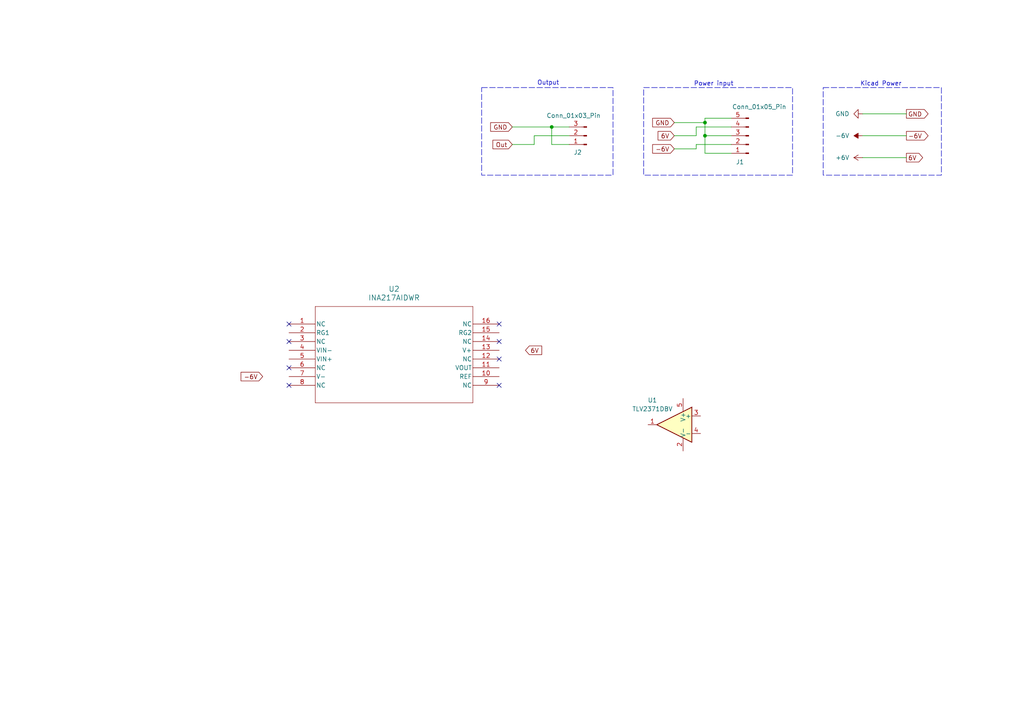
<source format=kicad_sch>
(kicad_sch (version 20250114) (generator "eeschema") (generator_version "9.0")
  (paper "A4")
  (title_block (title "Mic PreAmp") (date "2025-05-07") (rev "0.1") (company "Sounds Like Tim"))
  (lib_symbols
    (symbol "Amplifier_Operational:TLV2371DBV" (pin_names (offset 0.127))
      (property "Reference" "U" (at -1.27 6.35 0))
      (property "Value" "TLV2371DBV" (at -1.27 3.81 0))
      (symbol "TLV2371DBV_0_1"
        (polyline (pts (xy -5.08 5.08) (xy 5.08 0) (xy -5.08 -5.08) (xy -5.08 5.08)) (stroke (width 0.254)) (fill (type background)))
        (pin power_in line (at -2.54 7.62 270) (length 3.81) (name "V+") (number "5"))
        (pin power_in line (at -2.54 -7.62 90) (length 3.81) (name "V-") (number "2"))
      )
      (symbol "TLV2371DBV_1_1"
        (pin input line (at -7.62 2.54 0) (length 2.54) (name "+") (number "3"))
        (pin input line (at -7.62 -2.54 0) (length 2.54) (name "-") (number "4"))
        (pin output line (at 7.62 0 180) (length 2.54) (name "~") (number "1"))
      )
    )
    (symbol "Connector:Conn_01x03_Pin" (pin_names (offset 1.016) (hide yes))
      (property "Reference" "J" (at 0 5.08 0))
      (property "Value" "Conn_01x03_Pin" (at 0 -5.08 0))
      (symbol "Conn_01x03_Pin_1_1"
        (rectangle (start 0.8636 2.667) (end 0 2.413) (stroke (width 0.1524)) (fill (type outline)))
        (rectangle (start 0.8636 0.127) (end 0 -0.127) (stroke (width 0.1524)) (fill (type outline)))
        (rectangle (start 0.8636 -2.413) (end 0 -2.667) (stroke (width 0.1524)) (fill (type outline)))
        (polyline (pts (xy 1.27 2.54) (xy 0.8636 2.54)) (stroke (width 0.1524)))
        (polyline (pts (xy 1.27 0) (xy 0.8636 0)) (stroke (width 0.1524)))
        (polyline (pts (xy 1.27 -2.54) (xy 0.8636 -2.54)) (stroke (width 0.1524)))
        (pin passive line (at 5.08 2.54 180) (length 3.81) (name "Pin_1") (number "1"))
        (pin passive line (at 5.08 0 180) (length 3.81) (name "Pin_2") (number "2"))
        (pin passive line (at 5.08 -2.54 180) (length 3.81) (name "Pin_3") (number "3"))
      )
    )
    (symbol "Connector:Conn_01x05_Pin" (pin_names (offset 1.016) (hide yes))
      (property "Reference" "J" (at 0 7.62 0))
      (property "Value" "Conn_01x05_Pin" (at 0 -7.62 0))
      (symbol "Conn_01x05_Pin_1_1"
        (rectangle (start 0.8636 5.207) (end 0 4.953) (stroke (width 0.1524)) (fill (type outline)))
        (rectangle (start 0.8636 2.667) (end 0 2.413) (stroke (width 0.1524)) (fill (type outline)))
        (rectangle (start 0.8636 0.127) (end 0 -0.127) (stroke (width 0.1524)) (fill (type outline)))
        (rectangle (start 0.8636 -2.413) (end 0 -2.667) (stroke (width 0.1524)) (fill (type outline)))
        (rectangle (start 0.8636 -4.953) (end 0 -5.207) (stroke (width 0.1524)) (fill (type outline)))
        (polyline (pts (xy 1.27 5.08) (xy 0.8636 5.08)) (stroke (width 0.1524)))
        (polyline (pts (xy 1.27 2.54) (xy 0.8636 2.54)) (stroke (width 0.1524)))
        (polyline (pts (xy 1.27 0) (xy 0.8636 0)) (stroke (width 0.1524)))
        (polyline (pts (xy 1.27 -2.54) (xy 0.8636 -2.54)) (stroke (width 0.1524)))
        (polyline (pts (xy 1.27 -5.08) (xy 0.8636 -5.08)) (stroke (width 0.1524)))
        (pin passive line (at 5.08 5.08 180) (length 3.81) (name "Pin_1") (number "1"))
        (pin passive line (at 5.08 2.54 180) (length 3.81) (name "Pin_2") (number "2"))
        (pin passive line (at 5.08 0 180) (length 3.81) (name "Pin_3") (number "3"))
        (pin passive line (at 5.08 -2.54 180) (length 3.81) (name "Pin_4") (number "4"))
        (pin passive line (at 5.08 -5.08 180) (length 3.81) (name "Pin_5") (number "5"))
      )
    )
    (symbol "INA217:INA217AIDWR" (pin_names (offset 0.254))
      (property "Reference" "U" (at 30.48 10.16 0))
      (property "Value" "INA217AIDWR" (at 30.48 7.62 0))
      (symbol "INA217AIDWR_0_1"
        (polyline (pts (xy 7.62 5.08) (xy 7.62 -22.86)) (stroke (width 0.127)))
        (polyline (pts (xy 7.62 -22.86) (xy 53.34 -22.86)) (stroke (width 0.127)))
        (polyline (pts (xy 53.34 5.08) (xy 7.62 5.08)) (stroke (width 0.127)))
        (polyline (pts (xy 53.34 -22.86) (xy 53.34 5.08)) (stroke (width 0.127)))
        (pin unspecified line (at 0 0 0) (length 7.62) (name "NC") (number "1"))
        (pin unspecified line (at 0 -2.54 0) (length 7.62) (name "RG1") (number "2"))
        (pin unspecified line (at 0 -5.08 0) (length 7.62) (name "NC") (number "3"))
        (pin input line (at 0 -7.62 0) (length 7.62) (name "VIN-") (number "4"))
        (pin input line (at 0 -10.16 0) (length 7.62) (name "VIN+") (number "5"))
        (pin unspecified line (at 0 -12.7 0) (length 7.62) (name "NC") (number "6"))
        (pin power_in line (at 0 -15.24 0) (length 7.62) (name "V-") (number "7"))
        (pin unspecified line (at 0 -17.78 0) (length 7.62) (name "NC") (number "8"))
        (pin unspecified line (at 60.96 0 180) (length 7.62) (name "NC") (number "16"))
        (pin unspecified line (at 60.96 -2.54 180) (length 7.62) (name "RG2") (number "15"))
        (pin unspecified line (at 60.96 -5.08 180) (length 7.62) (name "NC") (number "14"))
        (pin power_in line (at 60.96 -7.62 180) (length 7.62) (name "V+") (number "13"))
        (pin unspecified line (at 60.96 -10.16 180) (length 7.62) (name "NC") (number "12"))
        (pin output line (at 60.96 -12.7 180) (length 7.62) (name "VOUT") (number "11"))
        (pin power_in line (at 60.96 -15.24 180) (length 7.62) (name "REF") (number "10"))
        (pin unspecified line (at 60.96 -17.78 180) (length 7.62) (name "NC") (number "9"))
      )
    )
    (symbol "power:+6V" (power) (pin_numbers (hide yes)) (pin_names (offset 0) (hide yes))
      (property "Value" "+6V" (at 0 3.556 0))
      (symbol "+6V_0_1"
        (polyline (pts (xy -0.762 1.27) (xy 0 2.54)))
        (polyline (pts (xy 0 2.54) (xy 0.762 1.27)))
        (polyline (pts (xy 0 0) (xy 0 2.54)))
      )
      (symbol "+6V_1_1"
        (pin power_in line (at 0 0 90) (length 0) (name "~") (number "1"))
      )
    )
    (symbol "power:-6V" (power) (pin_numbers (hide yes)) (pin_names (offset 0) (hide yes))
      (property "Value" "-6V" (at 0 3.556 0))
      (symbol "-6V_0_0"
        (pin power_in line (at 0 0 90) (length 0) (name "~") (number "1"))
      )
      (symbol "-6V_0_1"
        (polyline (pts (xy 0 0) (xy 0 1.27) (xy 0.762 1.27) (xy 0 2.54) (xy -0.762 1.27) (xy 0 1.27)) (fill (type outline)))
      )
    )
    (symbol "power:GND" (power) (pin_numbers (hide yes)) (pin_names (offset 0) (hide yes))
      (property "Value" "GND" (at 0 -3.81 0))
      (symbol "GND_0_1"
        (polyline (pts (xy 0 0) (xy 0 -1.27) (xy 1.27 -1.27) (xy 0 -2.54) (xy -1.27 -1.27) (xy 0 -1.27)))
      )
      (symbol "GND_1_1"
        (pin power_in line (at 0 0 270) (length 0) (name "~") (number "1"))
      )
    )
  )
  (rectangle (start 238.76 25.4) (end 273.05 50.8) (stroke (width 0) (type dash)))
  (rectangle (start 139.7 25.4) (end 177.8 50.8) (stroke (width 0) (type dash)))
  (rectangle (start 186.69 25.4) (end 229.87 50.8) (stroke (width 0) (type dash)))
  (text "Kicad Power" (at 255.524 24.384 0) (effects (font (size 1.27 1.27))))
  (text "Power input" (at 207.01 24.384 0) (effects (font (size 1.27 1.27))))
  (text "Output" (at 159.004 24.13 0) (effects (font (size 1.27 1.27))))
  (junction (at 204.47 35.56))
  (junction (at 204.47 39.37))
  (junction (at 160.02 36.83))
  (no_connect (at 144.78 111.76))
  (no_connect (at 144.78 104.14))
  (no_connect (at 83.82 106.68))
  (no_connect (at 83.82 99.06))
  (no_connect (at 83.82 111.76))
  (no_connect (at 83.82 93.98))
  (no_connect (at 144.78 93.98))
  (no_connect (at 144.78 99.06))
  (wire (pts (xy 201.93 43.18) (xy 195.58 43.18)))
  (wire (pts (xy 212.09 39.37) (xy 204.47 39.37)))
  (wire (pts (xy 148.59 41.91) (xy 154.94 41.91)))
  (wire (pts (xy 212.09 36.83) (xy 201.93 36.83)))
  (wire (pts (xy 250.19 39.37) (xy 262.89 39.37)))
  (wire (pts (xy 212.09 44.45) (xy 204.47 44.45)))
  (wire (pts (xy 250.19 33.02) (xy 262.89 33.02)))
  (wire (pts (xy 160.02 36.83) (xy 165.1 36.83)))
  (wire (pts (xy 195.58 35.56) (xy 204.47 35.56)))
  (wire (pts (xy 165.1 41.91) (xy 160.02 41.91)))
  (wire (pts (xy 201.93 36.83) (xy 201.93 39.37)))
  (wire (pts (xy 154.94 41.91) (xy 154.94 39.37)))
  (wire (pts (xy 204.47 35.56) (xy 204.47 39.37)))
  (wire (pts (xy 154.94 39.37) (xy 165.1 39.37)))
  (wire (pts (xy 160.02 36.83) (xy 148.59 36.83)))
  (wire (pts (xy 204.47 39.37) (xy 204.47 44.45)))
  (wire (pts (xy 160.02 41.91) (xy 160.02 36.83)))
  (wire (pts (xy 204.47 34.29) (xy 212.09 34.29)))
  (wire (pts (xy 250.19 45.72) (xy 262.89 45.72)))
  (wire (pts (xy 195.58 39.37) (xy 201.93 39.37)))
  (wire (pts (xy 201.93 41.91) (xy 201.93 43.18)))
  (wire (pts (xy 212.09 41.91) (xy 201.93 41.91)))
  (wire (pts (xy 204.47 35.56) (xy 204.47 34.29)))
  (global_label "GND" (shape input) (at 148.59 36.83 180) (property "Intersheetrefs" "${INTERSHEET_REFS}" (effects (hide yes))))
  (global_label "6V" (shape output) (at 262.89 45.72 0) (property "Intersheetrefs" "${INTERSHEET_REFS}" (effects (hide yes))))
  (global_label "6V" (shape input) (at 195.58 39.37 180) (property "Intersheetrefs" "${INTERSHEET_REFS}" (effects (hide yes))))
  (global_label "Out" (shape input) (at 148.59 41.91 180) (property "Intersheetrefs" "${INTERSHEET_REFS}" (effects (hide yes))))
  (global_label "-6V" (shape input) (at 195.58 43.18 180) (property "Intersheetrefs" "${INTERSHEET_REFS}" (effects (hide yes))))
  (global_label "-6V" (shape input) (at 76.2 109.22 180) (property "Intersheetrefs" "${INTERSHEET_REFS}" (effects (hide yes))))
  (global_label "6V" (shape input) (at 152.4 101.6 0) (property "Intersheetrefs" "${INTERSHEET_REFS}" (effects (hide yes))))
  (global_label "-6V" (shape output) (at 262.89 39.37 0) (property "Intersheetrefs" "${INTERSHEET_REFS}" (effects (hide yes))))
  (global_label "GND" (shape output) (at 262.89 33.02 0) (property "Intersheetrefs" "${INTERSHEET_REFS}" (effects (hide yes))))
  (global_label "GND" (shape input) (at 195.58 35.56 180) (property "Intersheetrefs" "${INTERSHEET_REFS}" (effects (hide yes))))
  (symbol (lib_id "Connector:Conn_01x03_Pin") (at 170.18 39.37 180) (unit 1)
    (property "Reference" "J2" (at 166.37 44.196 0) (effects (justify right)))
    (property "Value" "Conn_01x03_Pin" (at 158.496 33.528 0) (effects (justify right)))
    (property "Description" "Generic connector, single row, 01x03, script generated" (effects (hide yes)))
  )
  (symbol (lib_id "INA217:INA217AIDWR") (at 83.82 93.98 0) (unit 1)
    (property "Reference" "U2" (at 114.3 83.82 0) (effects (font (size 1.524 1.524))))
    (property "Value" "INA217AIDWR" (at 114.3 86.36 0) (effects (font (size 1.524 1.524))))
    (property "Footprint" "INA217:DW16" (effects (hide yes)))
    (property "Datasheet" "INA217AIDWR" (effects (hide yes)))
  )
  (symbol (lib_id "Amplifier_Operational:TLV2371DBV") (at 195.58 123.19 0) (mirror y) (unit 1)
    (property "Reference" "U1" (at 189.23 116.078 0))
    (property "Value" "TLV2371DBV" (at 189.23 118.618 0))
    (property "Footprint" "Package_TO_SOT_SMD:SOT-23-5" (effects (hide yes)))
    (property "Datasheet" "http://www.ti.com/lit/ds/symlink/tlv2375.pdf" (effects (hide yes)))
    (property "Description" "Rail-to-Rail Input/Output Operational Amplifier, SOT-23-5" (effects (hide yes)))
  )
  (symbol (lib_id "power:GND") (at 250.19 33.02 270) (unit 1)
    (property "Reference" "#PWR03" (effects (hide yes)))
    (property "Value" "GND" (at 246.38 33.0199 90) (effects (justify right)))
    (property "Description" "Power symbol creates a global label with name \"GND\" , ground" (effects (hide yes)))
  )
  (symbol (lib_id "power:+6V") (at 250.19 45.72 90) (unit 1)
    (property "Reference" "#PWR02" (effects (hide yes)))
    (property "Value" "+6V" (at 246.38 45.7199 90) (effects (justify left)))
    (property "Description" "Power symbol creates a global label with name \"+6V\"" (effects (hide yes)))
  )
  (symbol (lib_id "Connector:Conn_01x05_Pin") (at 217.17 39.37 180) (unit 1)
    (property "Reference" "J1" (at 214.63 46.99 0))
    (property "Value" "Conn_01x05_Pin" (at 220.218 30.988 0))
    (property "Footprint" "Connector_PinSocket_2.54mm:PinSocket_1x05_P2.54mm_Vertical" (effects (hide yes)))
    (property "Description" "Generic connector, single row, 01x05, script generated" (effects (hide yes)))
  )
  (symbol (lib_id "power:-6V") (at 250.19 39.37 90) (unit 1)
    (property "Reference" "#PWR01" (effects (hide yes)))
    (property "Value" "-6V" (at 246.38 39.3699 90) (effects (justify left)))
    (property "Description" "Power symbol creates a global label with name \"-6V\"" (effects (hide yes)))
  )
)
</source>
